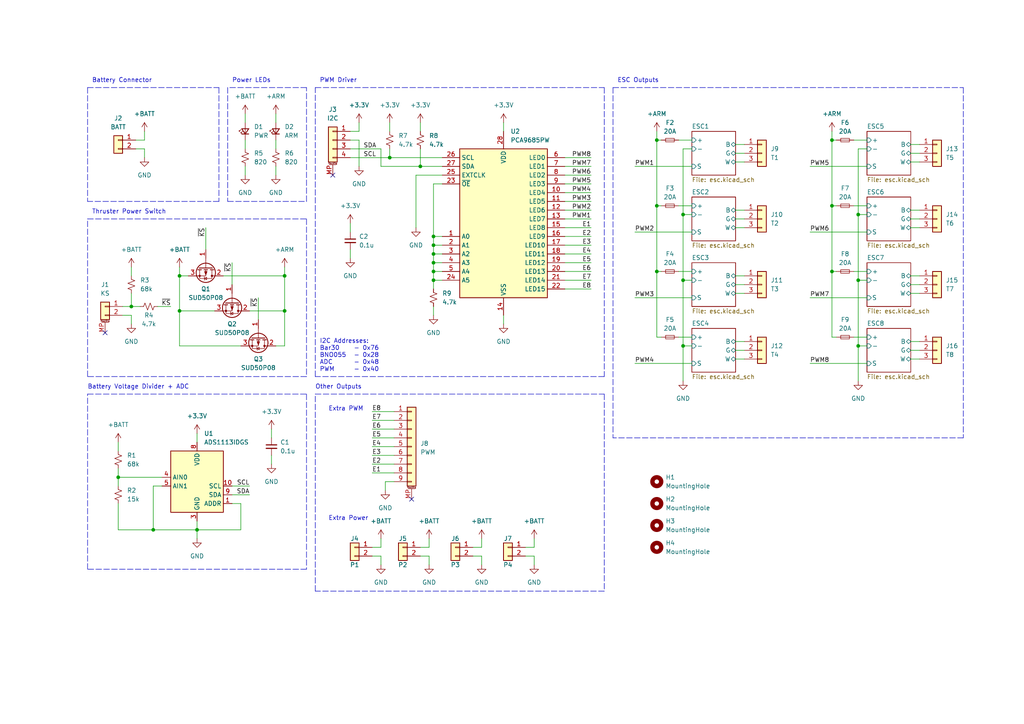
<source format=kicad_sch>
(kicad_sch (version 20211123) (generator eeschema)
  (paper "A4")
  (lib_symbols
    (symbol "AUVCSLA_SymbLib:+ARM" (power) (pin_names (offset 0))
      (property "Value" "+ARM" (at 0 3.556 0))
      (symbol "+ARM_0_1"
        (polyline (pts (xy -0.762 1.27) (xy 0 2.54)))
        (polyline (pts (xy 0 0) (xy 0 2.54)))
        (polyline (pts (xy 0 2.54) (xy 0.762 1.27)))
      )
      (symbol "+ARM_1_1"
        (pin power_in line (at 0 0 90) (length 0) hide (name "+ARM") (number "1"))
      )
    )
    (symbol "Analog_ADC:ADS1113IDGS"
      (property "Reference" "U" (at 2.54 13.97 0))
      (property "Value" "ADS1113IDGS" (at 7.62 11.43 0))
      (symbol "ADS1113IDGS_0_1"
        (rectangle (start -7.62 10.16) (end 7.62 -7.62) (stroke (width 0.254)) (fill (type background)))
      )
      (symbol "ADS1113IDGS_1_1"
        (pin input line (at 10.16 -5.08 180) (length 2.54) (name "ADDR") (number "1"))
        (pin input line (at 10.16 0 180) (length 2.54) (name "SCL") (number "10"))
        (pin no_connect line (at 7.62 7.62 180) (length 2.54) hide (name "~") (number "2"))
        (pin power_in line (at 0 -10.16 90) (length 2.54) (name "GND") (number "3"))
        (pin input line (at -10.16 2.54 0) (length 2.54) (name "AIN0") (number "4"))
        (pin input line (at -10.16 0 0) (length 2.54) (name "AIN1") (number "5"))
        (pin no_connect line (at 7.62 5.08 180) (length 2.54) hide (name "~") (number "6"))
        (pin no_connect line (at 7.62 2.54 180) (length 2.54) hide (name "~") (number "7"))
        (pin power_in line (at 0 12.7 270) (length 2.54) (name "VDD") (number "8"))
        (pin bidirectional line (at 10.16 -2.54 180) (length 2.54) (name "SDA") (number "9"))
      )
    )
    (symbol "Connector_Generic:Conn_01x02" (pin_names (offset 1.016) hide)
      (property "Reference" "J" (at 0 2.54 0))
      (property "Value" "Conn_01x02" (at 0 -5.08 0))
      (symbol "Conn_01x02_1_1"
        (rectangle (start -1.27 -2.413) (end 0 -2.667) (stroke (width 0.1524)))
        (rectangle (start -1.27 0.127) (end 0 -0.127) (stroke (width 0.1524)))
        (rectangle (start -1.27 1.27) (end 1.27 -3.81) (stroke (width 0.254)) (fill (type background)))
        (pin passive line (at -5.08 0 0) (length 3.81) (name "Pin_1") (number "1"))
        (pin passive line (at -5.08 -2.54 0) (length 3.81) (name "Pin_2") (number "2"))
      )
    )
    (symbol "Connector_Generic:Conn_01x03" (pin_names (offset 1.016) hide)
      (property "Reference" "J" (at 0 5.08 0))
      (property "Value" "Conn_01x03" (at 0 -5.08 0))
      (symbol "Conn_01x03_1_1"
        (rectangle (start -1.27 -2.413) (end 0 -2.667) (stroke (width 0.1524)))
        (rectangle (start -1.27 0.127) (end 0 -0.127) (stroke (width 0.1524)))
        (rectangle (start -1.27 2.667) (end 0 2.413) (stroke (width 0.1524)))
        (rectangle (start -1.27 3.81) (end 1.27 -3.81) (stroke (width 0.254)) (fill (type background)))
        (pin passive line (at -5.08 2.54 0) (length 3.81) (name "Pin_1") (number "1"))
        (pin passive line (at -5.08 0 0) (length 3.81) (name "Pin_2") (number "2"))
        (pin passive line (at -5.08 -2.54 0) (length 3.81) (name "Pin_3") (number "3"))
      )
    )
    (symbol "Connector_Generic_MountingPin:Conn_01x02_MountingPin" (pin_names (offset 1.016) hide)
      (property "Reference" "J" (at 0 2.54 0))
      (property "Value" "Conn_01x02_MountingPin" (at 1.27 -5.08 0))
      (symbol "Conn_01x02_MountingPin_1_1"
        (rectangle (start -1.27 -2.413) (end 0 -2.667) (stroke (width 0.1524)))
        (rectangle (start -1.27 0.127) (end 0 -0.127) (stroke (width 0.1524)))
        (rectangle (start -1.27 1.27) (end 1.27 -3.81) (stroke (width 0.254)) (fill (type background)))
        (polyline (pts (xy -1.016 -4.572) (xy 1.016 -4.572)) (stroke (width 0.1524)))
        (text "Mounting" (at 0 -4.191 0) (effects (font (size 0.381 0.381))))
        (pin passive line (at -5.08 0 0) (length 3.81) (name "Pin_1") (number "1"))
        (pin passive line (at -5.08 -2.54 0) (length 3.81) (name "Pin_2") (number "2"))
        (pin passive line (at 0 -7.62 90) (length 3.048) (name "MountPin") (number "MP"))
      )
    )
    (symbol "Connector_Generic_MountingPin:Conn_01x04_MountingPin" (pin_names (offset 1.016) hide)
      (property "Reference" "J" (at 0 5.08 0))
      (property "Value" "Conn_01x04_MountingPin" (at 1.27 -7.62 0))
      (symbol "Conn_01x04_MountingPin_1_1"
        (rectangle (start -1.27 -4.953) (end 0 -5.207) (stroke (width 0.1524)))
        (rectangle (start -1.27 -2.413) (end 0 -2.667) (stroke (width 0.1524)))
        (rectangle (start -1.27 0.127) (end 0 -0.127) (stroke (width 0.1524)))
        (rectangle (start -1.27 2.667) (end 0 2.413) (stroke (width 0.1524)))
        (rectangle (start -1.27 3.81) (end 1.27 -6.35) (stroke (width 0.254)) (fill (type background)))
        (polyline (pts (xy -1.016 -7.112) (xy 1.016 -7.112)) (stroke (width 0.1524)))
        (text "Mounting" (at 0 -6.731 0) (effects (font (size 0.381 0.381))))
        (pin passive line (at -5.08 2.54 0) (length 3.81) (name "Pin_1") (number "1"))
        (pin passive line (at -5.08 0 0) (length 3.81) (name "Pin_2") (number "2"))
        (pin passive line (at -5.08 -2.54 0) (length 3.81) (name "Pin_3") (number "3"))
        (pin passive line (at -5.08 -5.08 0) (length 3.81) (name "Pin_4") (number "4"))
        (pin passive line (at 0 -10.16 90) (length 3.048) (name "MountPin") (number "MP"))
      )
    )
    (symbol "Connector_Generic_MountingPin:Conn_01x09_MountingPin" (pin_names (offset 1.016) hide)
      (property "Reference" "J" (at 0 12.7 0))
      (property "Value" "Conn_01x09_MountingPin" (at 1.27 -12.7 0))
      (symbol "Conn_01x09_MountingPin_1_1"
        (rectangle (start -1.27 -10.033) (end 0 -10.287) (stroke (width 0.1524)))
        (rectangle (start -1.27 -7.493) (end 0 -7.747) (stroke (width 0.1524)))
        (rectangle (start -1.27 -4.953) (end 0 -5.207) (stroke (width 0.1524)))
        (rectangle (start -1.27 -2.413) (end 0 -2.667) (stroke (width 0.1524)))
        (rectangle (start -1.27 0.127) (end 0 -0.127) (stroke (width 0.1524)))
        (rectangle (start -1.27 2.667) (end 0 2.413) (stroke (width 0.1524)))
        (rectangle (start -1.27 5.207) (end 0 4.953) (stroke (width 0.1524)))
        (rectangle (start -1.27 7.747) (end 0 7.493) (stroke (width 0.1524)))
        (rectangle (start -1.27 10.287) (end 0 10.033) (stroke (width 0.1524)))
        (rectangle (start -1.27 11.43) (end 1.27 -11.43) (stroke (width 0.254)) (fill (type background)))
        (polyline (pts (xy -1.016 -12.192) (xy 1.016 -12.192)) (stroke (width 0.1524)))
        (text "Mounting" (at 0 -11.811 0) (effects (font (size 0.381 0.381))))
        (pin passive line (at -5.08 10.16 0) (length 3.81) (name "Pin_1") (number "1"))
        (pin passive line (at -5.08 7.62 0) (length 3.81) (name "Pin_2") (number "2"))
        (pin passive line (at -5.08 5.08 0) (length 3.81) (name "Pin_3") (number "3"))
        (pin passive line (at -5.08 2.54 0) (length 3.81) (name "Pin_4") (number "4"))
        (pin passive line (at -5.08 0 0) (length 3.81) (name "Pin_5") (number "5"))
        (pin passive line (at -5.08 -2.54 0) (length 3.81) (name "Pin_6") (number "6"))
        (pin passive line (at -5.08 -5.08 0) (length 3.81) (name "Pin_7") (number "7"))
        (pin passive line (at -5.08 -7.62 0) (length 3.81) (name "Pin_8") (number "8"))
        (pin passive line (at -5.08 -10.16 0) (length 3.81) (name "Pin_9") (number "9"))
        (pin passive line (at 0 -15.24 90) (length 3.048) (name "MountPin") (number "MP"))
      )
    )
    (symbol "Device:C_Small" (pin_numbers hide) (pin_names (offset 0.254) hide)
      (property "Reference" "C" (at 0.254 1.778 0))
      (property "Value" "C_Small" (at 0.254 -2.032 0))
      (symbol "C_Small_0_1"
        (polyline (pts (xy -1.524 -0.508) (xy 1.524 -0.508)) (stroke (width 0.3302)))
        (polyline (pts (xy -1.524 0.508) (xy 1.524 0.508)) (stroke (width 0.3048)))
      )
      (symbol "C_Small_1_1"
        (pin passive line (at 0 2.54 270) (length 2.032) (name "~") (number "1"))
        (pin passive line (at 0 -2.54 90) (length 2.032) (name "~") (number "2"))
      )
    )
    (symbol "Device:Fuse_Small" (pin_numbers hide) (pin_names (offset 0.254) hide)
      (property "Reference" "F" (at 0 -1.524 0))
      (property "Value" "Fuse_Small" (at 0 1.524 0))
      (symbol "Fuse_Small_0_1"
        (rectangle (start -1.27 0.508) (end 1.27 -0.508))
        (polyline (pts (xy -1.27 0) (xy 1.27 0)))
      )
      (symbol "Fuse_Small_1_1"
        (pin passive line (at -2.54 0 0) (length 1.27) (name "~") (number "1"))
        (pin passive line (at 2.54 0 180) (length 1.27) (name "~") (number "2"))
      )
    )
    (symbol "Device:LED_Small" (pin_numbers hide) (pin_names (offset 0.254) hide)
      (property "Reference" "D" (at -1.27 3.175 0))
      (property "Value" "LED_Small" (at -4.445 -2.54 0))
      (symbol "LED_Small_0_1"
        (polyline (pts (xy -0.762 -1.016) (xy -0.762 1.016)) (stroke (width 0.254)))
        (polyline (pts (xy 1.016 0) (xy -0.762 0)))
        (polyline (pts (xy 0.762 -1.016) (xy -0.762 0) (xy 0.762 1.016) (xy 0.762 -1.016)) (stroke (width 0.254)))
        (polyline (pts (xy 0 0.762) (xy -0.508 1.27) (xy -0.254 1.27) (xy -0.508 1.27) (xy -0.508 1.016)))
        (polyline (pts (xy 0.508 1.27) (xy 0 1.778) (xy 0.254 1.778) (xy 0 1.778) (xy 0 1.524)))
      )
      (symbol "LED_Small_1_1"
        (pin passive line (at -2.54 0 0) (length 1.778) (name "K") (number "1"))
        (pin passive line (at 2.54 0 180) (length 1.778) (name "A") (number "2"))
      )
    )
    (symbol "Device:Q_PMOS_GDS" (pin_names (offset 0) hide)
      (property "Reference" "Q" (at 5.08 1.27 0))
      (property "Value" "Q_PMOS_GDS" (at 5.08 -1.27 0))
      (symbol "Q_PMOS_GDS_0_1"
        (polyline (pts (xy 0.254 0) (xy -2.54 0)))
        (polyline (pts (xy 0.254 1.905) (xy 0.254 -1.905)) (stroke (width 0.254)))
        (polyline (pts (xy 0.762 -1.27) (xy 0.762 -2.286)) (stroke (width 0.254)))
        (polyline (pts (xy 0.762 0.508) (xy 0.762 -0.508)) (stroke (width 0.254)))
        (polyline (pts (xy 0.762 2.286) (xy 0.762 1.27)) (stroke (width 0.254)))
        (polyline (pts (xy 2.54 2.54) (xy 2.54 1.778)))
        (polyline (pts (xy 2.54 -2.54) (xy 2.54 0) (xy 0.762 0)))
        (polyline (pts (xy 0.762 1.778) (xy 3.302 1.778) (xy 3.302 -1.778) (xy 0.762 -1.778)))
        (polyline (pts (xy 2.286 0) (xy 1.27 0.381) (xy 1.27 -0.381) (xy 2.286 0)) (fill (type outline)))
        (polyline (pts (xy 2.794 -0.508) (xy 2.921 -0.381) (xy 3.683 -0.381) (xy 3.81 -0.254)))
        (polyline (pts (xy 3.302 -0.381) (xy 2.921 0.254) (xy 3.683 0.254) (xy 3.302 -0.381)))
        (circle (center 1.651 0) (radius 2.794) (stroke (width 0.254)))
        (circle (center 2.54 -1.778) (radius 0.254) (fill (type outline)))
        (circle (center 2.54 1.778) (radius 0.254) (fill (type outline)))
      )
      (symbol "Q_PMOS_GDS_1_1"
        (pin input line (at -5.08 0 0) (length 2.54) (name "G") (number "1"))
        (pin passive line (at 2.54 5.08 270) (length 2.54) (name "D") (number "2"))
        (pin passive line (at 2.54 -5.08 90) (length 2.54) (name "S") (number "3"))
      )
    )
    (symbol "Device:R_Small_US" (pin_numbers hide) (pin_names (offset 0.254) hide)
      (property "Reference" "R" (at 0.762 0.508 0))
      (property "Value" "R_Small_US" (at 0.762 -1.016 0))
      (symbol "R_Small_US_1_1"
        (polyline (pts (xy 0 0) (xy 1.016 -0.381) (xy 0 -0.762) (xy -1.016 -1.143) (xy 0 -1.524)))
        (polyline (pts (xy 0 1.524) (xy 1.016 1.143) (xy 0 0.762) (xy -1.016 0.381) (xy 0 0)))
        (pin passive line (at 0 2.54 270) (length 1.016) (name "~") (number "1"))
        (pin passive line (at 0 -2.54 90) (length 1.016) (name "~") (number "2"))
      )
    )
    (symbol "Driver_LED:PCA9685PW"
      (property "Reference" "U" (at -12.7 22.225 0))
      (property "Value" "PCA9685PW" (at 1.27 22.225 0))
      (symbol "PCA9685PW_0_1"
        (rectangle (start -12.7 20.32) (end 12.7 -22.86) (stroke (width 0.254)) (fill (type background)))
      )
      (symbol "PCA9685PW_1_1"
        (pin input line (at -17.78 -5.08 0) (length 5.08) (name "A0") (number "1"))
        (pin output line (at 17.78 7.62 180) (length 5.08) (name "LED4") (number "10"))
        (pin output line (at 17.78 5.08 180) (length 5.08) (name "LED5") (number "11"))
        (pin output line (at 17.78 2.54 180) (length 5.08) (name "LED6") (number "12"))
        (pin output line (at 17.78 0 180) (length 5.08) (name "LED7") (number "13"))
        (pin power_in line (at 0 -27.94 90) (length 5.08) (name "VSS") (number "14"))
        (pin output line (at 17.78 -2.54 180) (length 5.08) (name "LED8") (number "15"))
        (pin output line (at 17.78 -5.08 180) (length 5.08) (name "LED9") (number "16"))
        (pin output line (at 17.78 -7.62 180) (length 5.08) (name "LED10") (number "17"))
        (pin output line (at 17.78 -10.16 180) (length 5.08) (name "LED11") (number "18"))
        (pin output line (at 17.78 -12.7 180) (length 5.08) (name "LED12") (number "19"))
        (pin input line (at -17.78 -7.62 0) (length 5.08) (name "A1") (number "2"))
        (pin output line (at 17.78 -15.24 180) (length 5.08) (name "LED13") (number "20"))
        (pin output line (at 17.78 -17.78 180) (length 5.08) (name "LED14") (number "21"))
        (pin output line (at 17.78 -20.32 180) (length 5.08) (name "LED15") (number "22"))
        (pin input line (at -17.78 10.16 0) (length 5.08) (name "~{OE}") (number "23"))
        (pin input line (at -17.78 -17.78 0) (length 5.08) (name "A5") (number "24"))
        (pin input line (at -17.78 12.7 0) (length 5.08) (name "EXTCLK") (number "25"))
        (pin input line (at -17.78 17.78 0) (length 5.08) (name "SCL") (number "26"))
        (pin bidirectional line (at -17.78 15.24 0) (length 5.08) (name "SDA") (number "27"))
        (pin power_in line (at 0 25.4 270) (length 5.08) (name "VDD") (number "28"))
        (pin input line (at -17.78 -10.16 0) (length 5.08) (name "A2") (number "3"))
        (pin input line (at -17.78 -12.7 0) (length 5.08) (name "A3") (number "4"))
        (pin input line (at -17.78 -15.24 0) (length 5.08) (name "A4") (number "5"))
        (pin output line (at 17.78 17.78 180) (length 5.08) (name "LED0") (number "6"))
        (pin output line (at 17.78 15.24 180) (length 5.08) (name "LED1") (number "7"))
        (pin output line (at 17.78 12.7 180) (length 5.08) (name "LED2") (number "8"))
        (pin output line (at 17.78 10.16 180) (length 5.08) (name "LED3") (number "9"))
      )
    )
    (symbol "Mechanical:MountingHole" (pin_names (offset 1.016))
      (property "Reference" "H" (at 0 5.08 0))
      (property "Value" "MountingHole" (at 0 3.175 0))
      (symbol "MountingHole_0_1"
        (circle (center 0 0) (radius 1.27) (stroke (width 1.27)))
      )
    )
    (symbol "power:+3.3V" (power) (pin_names (offset 0))
      (property "Value" "+3.3V" (at 0 3.556 0))
      (symbol "+3.3V_0_1"
        (polyline (pts (xy -0.762 1.27) (xy 0 2.54)))
        (polyline (pts (xy 0 0) (xy 0 2.54)))
        (polyline (pts (xy 0 2.54) (xy 0.762 1.27)))
      )
      (symbol "+3.3V_1_1"
        (pin power_in line (at 0 0 90) (length 0) hide (name "+3.3V") (number "1"))
      )
    )
    (symbol "power:+BATT" (power) (pin_names (offset 0))
      (property "Value" "+BATT" (at 0 3.556 0))
      (symbol "+BATT_0_1"
        (polyline (pts (xy -0.762 1.27) (xy 0 2.54)))
        (polyline (pts (xy 0 0) (xy 0 2.54)))
        (polyline (pts (xy 0 2.54) (xy 0.762 1.27)))
      )
      (symbol "+BATT_1_1"
        (pin power_in line (at 0 0 90) (length 0) hide (name "+BATT") (number "1"))
      )
    )
    (symbol "power:GND" (power) (pin_names (offset 0))
      (property "Value" "GND" (at 0 -3.81 0))
      (symbol "GND_0_1"
        (polyline (pts (xy 0 0) (xy 0 -1.27) (xy 1.27 -1.27) (xy 0 -2.54) (xy -1.27 -1.27) (xy 0 -1.27)))
      )
      (symbol "GND_1_1"
        (pin power_in line (at 0 0 270) (length 0) hide (name "GND") (number "1"))
      )
    )
  )
  (junction (at 113.03 45.72))
  (junction (at 34.29 138.43))
  (junction (at 248.92 62.23))
  (junction (at 82.55 90.17))
  (junction (at 38.1 88.9))
  (junction (at 190.5 78.74))
  (junction (at 52.07 90.17))
  (junction (at 190.5 59.69))
  (junction (at 125.73 81.28))
  (junction (at 125.73 73.66))
  (junction (at 44.45 153.67))
  (junction (at 241.3 40.64))
  (junction (at 125.73 71.12))
  (junction (at 57.15 153.67))
  (junction (at 241.3 59.69))
  (junction (at 52.07 80.01))
  (junction (at 125.73 68.58))
  (junction (at 125.73 78.74))
  (junction (at 198.12 62.23))
  (junction (at 248.92 81.28))
  (junction (at 198.12 81.28))
  (junction (at 248.92 100.33))
  (junction (at 190.5 40.64))
  (junction (at 198.12 100.33))
  (junction (at 121.92 48.26))
  (junction (at 241.3 78.74))
  (junction (at 125.73 76.2))
  (junction (at 82.55 80.01))
  (no_connect (at 96.52 50.8))
  (no_connect (at 119.38 144.78))
  (no_connect (at 30.48 96.52))
  (polyline (pts (xy 91.44 109.22) (xy 91.44 25.4)))
  (polyline (pts (xy 279.4 127) (xy 177.8 127)))
  (wire (pts (xy 82.55 80.01) (xy 82.55 77.47)))
  (wire (pts (xy 264.16 82.55) (xy 266.7 82.55)))
  (wire (pts (xy 196.85 59.69) (xy 200.66 59.69)))
  (wire (pts (xy 248.92 100.33) (xy 251.46 100.33)))
  (wire (pts (xy 163.83 68.58) (xy 171.45 68.58)))
  (wire (pts (xy 101.6 43.18) (xy 110.49 43.18)))
  (wire (pts (xy 82.55 90.17) (xy 82.55 80.01)))
  (polyline (pts (xy 25.4 25.4) (xy 25.4 58.42)))
  (wire (pts (xy 154.94 161.29) (xy 154.94 163.83)))
  (wire (pts (xy 38.1 88.9) (xy 38.1 85.09)))
  (wire (pts (xy 52.07 77.47) (xy 52.07 80.01)))
  (polyline (pts (xy 66.04 58.42) (xy 88.9 58.42)))
  (wire (pts (xy 80.01 33.02) (xy 80.01 35.56)))
  (wire (pts (xy 213.36 60.96) (xy 215.9 60.96)))
  (wire (pts (xy 59.69 66.04) (xy 59.69 72.39)))
  (wire (pts (xy 46.99 140.97) (xy 44.45 140.97)))
  (wire (pts (xy 44.45 153.67) (xy 57.15 153.67)))
  (wire (pts (xy 213.36 99.06) (xy 215.9 99.06)))
  (wire (pts (xy 34.29 138.43) (xy 34.29 140.97)))
  (wire (pts (xy 234.95 48.26) (xy 251.46 48.26)))
  (wire (pts (xy 247.65 40.64) (xy 251.46 40.64)))
  (wire (pts (xy 125.73 81.28) (xy 128.27 81.28)))
  (wire (pts (xy 71.12 40.64) (xy 71.12 43.18)))
  (wire (pts (xy 241.3 97.79) (xy 242.57 97.79)))
  (wire (pts (xy 128.27 50.8) (xy 120.65 50.8)))
  (wire (pts (xy 163.83 48.26) (xy 171.45 48.26)))
  (wire (pts (xy 154.94 158.75) (xy 154.94 156.21)))
  (wire (pts (xy 248.92 62.23) (xy 248.92 81.28)))
  (wire (pts (xy 152.4 161.29) (xy 154.94 161.29)))
  (wire (pts (xy 124.46 161.29) (xy 124.46 163.83)))
  (wire (pts (xy 107.95 137.16) (xy 114.3 137.16)))
  (wire (pts (xy 111.76 139.7) (xy 111.76 142.24)))
  (wire (pts (xy 146.05 35.56) (xy 146.05 38.1)))
  (wire (pts (xy 248.92 62.23) (xy 251.46 62.23)))
  (wire (pts (xy 44.45 140.97) (xy 44.45 153.67)))
  (wire (pts (xy 248.92 43.18) (xy 248.92 62.23)))
  (wire (pts (xy 184.15 86.36) (xy 200.66 86.36)))
  (wire (pts (xy 190.5 78.74) (xy 191.77 78.74)))
  (wire (pts (xy 78.74 124.46) (xy 78.74 127)))
  (wire (pts (xy 71.12 48.26) (xy 71.12 50.8)))
  (wire (pts (xy 247.65 59.69) (xy 251.46 59.69)))
  (wire (pts (xy 113.03 45.72) (xy 128.27 45.72)))
  (wire (pts (xy 213.36 82.55) (xy 215.9 82.55)))
  (wire (pts (xy 241.3 40.64) (xy 242.57 40.64)))
  (wire (pts (xy 198.12 100.33) (xy 200.66 100.33)))
  (wire (pts (xy 64.77 80.01) (xy 82.55 80.01)))
  (wire (pts (xy 163.83 58.42) (xy 171.45 58.42)))
  (wire (pts (xy 69.85 146.05) (xy 69.85 153.67)))
  (wire (pts (xy 125.73 76.2) (xy 125.73 78.74)))
  (wire (pts (xy 190.5 40.64) (xy 190.5 59.69)))
  (wire (pts (xy 241.3 38.1) (xy 241.3 40.64)))
  (wire (pts (xy 198.12 81.28) (xy 200.66 81.28)))
  (wire (pts (xy 111.76 139.7) (xy 114.3 139.7)))
  (wire (pts (xy 196.85 78.74) (xy 200.66 78.74)))
  (wire (pts (xy 163.83 76.2) (xy 171.45 76.2)))
  (wire (pts (xy 264.16 80.01) (xy 266.7 80.01)))
  (wire (pts (xy 137.16 158.75) (xy 139.7 158.75)))
  (wire (pts (xy 125.73 88.9) (xy 125.73 91.44)))
  (polyline (pts (xy 91.44 114.3) (xy 175.26 114.3)))
  (wire (pts (xy 107.95 134.62) (xy 114.3 134.62)))
  (wire (pts (xy 67.31 76.2) (xy 67.31 82.55)))
  (polyline (pts (xy 25.4 63.5) (xy 88.9 63.5)))
  (wire (pts (xy 163.83 71.12) (xy 171.45 71.12)))
  (wire (pts (xy 163.83 53.34) (xy 171.45 53.34)))
  (wire (pts (xy 234.95 86.36) (xy 251.46 86.36)))
  (wire (pts (xy 163.83 50.8) (xy 171.45 50.8)))
  (polyline (pts (xy 175.26 114.3) (xy 175.26 171.45)))
  (wire (pts (xy 125.73 81.28) (xy 125.73 83.82)))
  (polyline (pts (xy 88.9 63.5) (xy 88.9 109.22)))
  (wire (pts (xy 190.5 40.64) (xy 191.77 40.64)))
  (wire (pts (xy 198.12 43.18) (xy 200.66 43.18)))
  (wire (pts (xy 264.16 66.04) (xy 266.7 66.04)))
  (wire (pts (xy 184.15 105.41) (xy 200.66 105.41)))
  (wire (pts (xy 248.92 81.28) (xy 251.46 81.28)))
  (wire (pts (xy 163.83 66.04) (xy 171.45 66.04)))
  (wire (pts (xy 125.73 73.66) (xy 125.73 76.2)))
  (wire (pts (xy 101.6 40.64) (xy 104.14 40.64)))
  (polyline (pts (xy 25.4 165.1) (xy 25.4 114.3)))
  (wire (pts (xy 38.1 91.44) (xy 38.1 93.98)))
  (polyline (pts (xy 177.8 25.4) (xy 177.8 127)))
  (wire (pts (xy 74.93 86.36) (xy 74.93 92.71)))
  (wire (pts (xy 198.12 62.23) (xy 198.12 81.28)))
  (wire (pts (xy 41.91 43.18) (xy 41.91 45.72)))
  (wire (pts (xy 190.5 59.69) (xy 190.5 78.74)))
  (wire (pts (xy 125.73 68.58) (xy 128.27 68.58)))
  (wire (pts (xy 67.31 146.05) (xy 69.85 146.05)))
  (wire (pts (xy 163.83 45.72) (xy 171.45 45.72)))
  (wire (pts (xy 104.14 38.1) (xy 104.14 35.56)))
  (wire (pts (xy 39.37 43.18) (xy 41.91 43.18)))
  (polyline (pts (xy 88.9 25.4) (xy 66.04 25.4)))
  (wire (pts (xy 184.15 48.26) (xy 200.66 48.26)))
  (wire (pts (xy 247.65 97.79) (xy 251.46 97.79)))
  (wire (pts (xy 163.83 60.96) (xy 171.45 60.96)))
  (wire (pts (xy 110.49 158.75) (xy 110.49 156.21)))
  (wire (pts (xy 190.5 78.74) (xy 190.5 97.79)))
  (polyline (pts (xy 91.44 171.45) (xy 91.44 114.3)))
  (wire (pts (xy 34.29 138.43) (xy 46.99 138.43)))
  (wire (pts (xy 72.39 90.17) (xy 82.55 90.17)))
  (wire (pts (xy 213.36 104.14) (xy 215.9 104.14)))
  (wire (pts (xy 125.73 71.12) (xy 125.73 73.66)))
  (wire (pts (xy 52.07 100.33) (xy 52.07 90.17)))
  (polyline (pts (xy 25.4 109.22) (xy 25.4 63.5)))
  (wire (pts (xy 163.83 63.5) (xy 171.45 63.5)))
  (polyline (pts (xy 175.26 109.22) (xy 91.44 109.22)))
  (wire (pts (xy 57.15 153.67) (xy 57.15 156.21)))
  (wire (pts (xy 213.36 101.6) (xy 215.9 101.6)))
  (wire (pts (xy 163.83 73.66) (xy 171.45 73.66)))
  (wire (pts (xy 264.16 41.91) (xy 266.7 41.91)))
  (wire (pts (xy 213.36 41.91) (xy 215.9 41.91)))
  (wire (pts (xy 248.92 81.28) (xy 248.92 100.33)))
  (wire (pts (xy 67.31 143.51) (xy 72.39 143.51)))
  (wire (pts (xy 52.07 90.17) (xy 52.07 80.01)))
  (wire (pts (xy 234.95 105.41) (xy 251.46 105.41)))
  (wire (pts (xy 264.16 46.99) (xy 266.7 46.99)))
  (wire (pts (xy 121.92 161.29) (xy 124.46 161.29)))
  (wire (pts (xy 107.95 121.92) (xy 114.3 121.92)))
  (polyline (pts (xy 63.5 25.4) (xy 63.5 58.42)))
  (wire (pts (xy 121.92 43.18) (xy 121.92 48.26)))
  (wire (pts (xy 38.1 77.47) (xy 38.1 80.01)))
  (wire (pts (xy 120.65 50.8) (xy 120.65 66.04)))
  (wire (pts (xy 34.29 153.67) (xy 44.45 153.67)))
  (wire (pts (xy 198.12 43.18) (xy 198.12 62.23)))
  (wire (pts (xy 39.37 40.64) (xy 41.91 40.64)))
  (wire (pts (xy 163.83 78.74) (xy 171.45 78.74)))
  (wire (pts (xy 196.85 40.64) (xy 200.66 40.64)))
  (polyline (pts (xy 63.5 58.42) (xy 25.4 58.42)))
  (wire (pts (xy 139.7 161.29) (xy 139.7 163.83)))
  (wire (pts (xy 57.15 151.13) (xy 57.15 153.67)))
  (wire (pts (xy 264.16 60.96) (xy 266.7 60.96)))
  (wire (pts (xy 125.73 68.58) (xy 125.73 71.12)))
  (wire (pts (xy 80.01 48.26) (xy 80.01 50.8)))
  (wire (pts (xy 196.85 97.79) (xy 200.66 97.79)))
  (wire (pts (xy 241.3 78.74) (xy 241.3 97.79)))
  (wire (pts (xy 163.83 83.82) (xy 171.45 83.82)))
  (wire (pts (xy 234.95 67.31) (xy 251.46 67.31)))
  (wire (pts (xy 125.73 73.66) (xy 128.27 73.66)))
  (wire (pts (xy 52.07 80.01) (xy 54.61 80.01)))
  (wire (pts (xy 57.15 125.73) (xy 57.15 128.27)))
  (wire (pts (xy 101.6 72.39) (xy 101.6 74.93)))
  (wire (pts (xy 34.29 128.27) (xy 34.29 130.81)))
  (wire (pts (xy 264.16 104.14) (xy 266.7 104.14)))
  (wire (pts (xy 241.3 59.69) (xy 242.57 59.69)))
  (wire (pts (xy 78.74 132.08) (xy 78.74 134.62)))
  (wire (pts (xy 82.55 100.33) (xy 82.55 90.17)))
  (wire (pts (xy 198.12 62.23) (xy 200.66 62.23)))
  (wire (pts (xy 45.72 88.9) (xy 49.53 88.9)))
  (wire (pts (xy 121.92 158.75) (xy 124.46 158.75)))
  (wire (pts (xy 248.92 100.33) (xy 248.92 110.49)))
  (wire (pts (xy 152.4 158.75) (xy 154.94 158.75)))
  (polyline (pts (xy 175.26 171.45) (xy 91.44 171.45)))
  (wire (pts (xy 34.29 146.05) (xy 34.29 153.67)))
  (wire (pts (xy 163.83 55.88) (xy 171.45 55.88)))
  (wire (pts (xy 213.36 85.09) (xy 215.9 85.09)))
  (wire (pts (xy 110.49 161.29) (xy 110.49 163.83)))
  (wire (pts (xy 190.5 38.1) (xy 190.5 40.64)))
  (wire (pts (xy 241.3 78.74) (xy 242.57 78.74)))
  (wire (pts (xy 110.49 48.26) (xy 121.92 48.26)))
  (wire (pts (xy 264.16 44.45) (xy 266.7 44.45)))
  (wire (pts (xy 264.16 63.5) (xy 266.7 63.5)))
  (wire (pts (xy 41.91 38.1) (xy 41.91 40.64)))
  (wire (pts (xy 35.56 88.9) (xy 38.1 88.9)))
  (wire (pts (xy 34.29 135.89) (xy 34.29 138.43)))
  (wire (pts (xy 121.92 38.1) (xy 121.92 35.56)))
  (wire (pts (xy 190.5 97.79) (xy 191.77 97.79)))
  (wire (pts (xy 125.73 78.74) (xy 125.73 81.28)))
  (wire (pts (xy 107.95 161.29) (xy 110.49 161.29)))
  (wire (pts (xy 104.14 40.64) (xy 104.14 48.26)))
  (wire (pts (xy 125.73 78.74) (xy 128.27 78.74)))
  (wire (pts (xy 71.12 35.56) (xy 71.12 33.02)))
  (wire (pts (xy 107.95 119.38) (xy 114.3 119.38)))
  (wire (pts (xy 139.7 158.75) (xy 139.7 156.21)))
  (polyline (pts (xy 91.44 25.4) (xy 175.26 25.4)))
  (wire (pts (xy 125.73 53.34) (xy 125.73 68.58)))
  (wire (pts (xy 121.92 48.26) (xy 128.27 48.26)))
  (wire (pts (xy 107.95 124.46) (xy 114.3 124.46)))
  (wire (pts (xy 107.95 132.08) (xy 114.3 132.08)))
  (wire (pts (xy 101.6 38.1) (xy 104.14 38.1)))
  (wire (pts (xy 241.3 40.64) (xy 241.3 59.69)))
  (polyline (pts (xy 88.9 165.1) (xy 25.4 165.1)))
  (wire (pts (xy 213.36 44.45) (xy 215.9 44.45)))
  (wire (pts (xy 80.01 100.33) (xy 82.55 100.33)))
  (wire (pts (xy 107.95 158.75) (xy 110.49 158.75)))
  (wire (pts (xy 241.3 59.69) (xy 241.3 78.74)))
  (wire (pts (xy 107.95 127) (xy 114.3 127)))
  (wire (pts (xy 69.85 100.33) (xy 52.07 100.33)))
  (wire (pts (xy 190.5 59.69) (xy 191.77 59.69)))
  (polyline (pts (xy 25.4 114.3) (xy 88.9 114.3)))
  (polyline (pts (xy 88.9 58.42) (xy 88.9 25.4)))
  (polyline (pts (xy 88.9 114.3) (xy 88.9 165.1)))
  (polyline (pts (xy 177.8 25.4) (xy 279.4 25.4)))
  (polyline (pts (xy 25.4 25.4) (xy 63.5 25.4)))
  (polyline (pts (xy 66.04 25.4) (xy 66.04 58.42)))
  (polyline (pts (xy 88.9 109.22) (xy 25.4 109.22)))
  (wire (pts (xy 264.16 85.09) (xy 266.7 85.09)))
  (wire (pts (xy 62.23 90.17) (xy 52.07 90.17)))
  (wire (pts (xy 184.15 67.31) (xy 200.66 67.31)))
  (wire (pts (xy 137.16 161.29) (xy 139.7 161.29)))
  (wire (pts (xy 198.12 100.33) (xy 198.12 110.49)))
  (wire (pts (xy 125.73 76.2) (xy 128.27 76.2)))
  (wire (pts (xy 128.27 53.34) (xy 125.73 53.34)))
  (wire (pts (xy 101.6 45.72) (xy 113.03 45.72)))
  (wire (pts (xy 264.16 101.6) (xy 266.7 101.6)))
  (polyline (pts (xy 175.26 25.4) (xy 175.26 109.22)))
  (polyline (pts (xy 279.4 25.4) (xy 279.4 127)))
  (wire (pts (xy 124.46 158.75) (xy 124.46 156.21)))
  (wire (pts (xy 110.49 43.18) (xy 110.49 48.26)))
  (wire (pts (xy 67.31 140.97) (xy 72.39 140.97)))
  (wire (pts (xy 69.85 153.67) (xy 57.15 153.67)))
  (wire (pts (xy 113.03 43.18) (xy 113.03 45.72)))
  (wire (pts (xy 35.56 91.44) (xy 38.1 91.44)))
  (wire (pts (xy 264.16 99.06) (xy 266.7 99.06)))
  (wire (pts (xy 247.65 78.74) (xy 251.46 78.74)))
  (wire (pts (xy 213.36 46.99) (xy 215.9 46.99)))
  (wire (pts (xy 198.12 81.28) (xy 198.12 100.33)))
  (wire (pts (xy 107.95 129.54) (xy 114.3 129.54)))
  (wire (pts (xy 213.36 66.04) (xy 215.9 66.04)))
  (wire (pts (xy 80.01 40.64) (xy 80.01 43.18)))
  (wire (pts (xy 213.36 80.01) (xy 215.9 80.01)))
  (wire (pts (xy 146.05 91.44) (xy 146.05 93.98)))
  (wire (pts (xy 163.83 81.28) (xy 171.45 81.28)))
  (wire (pts (xy 38.1 88.9) (xy 40.64 88.9)))
  (wire (pts (xy 213.36 63.5) (xy 215.9 63.5)))
  (wire (pts (xy 248.92 43.18) (xy 251.46 43.18)))
  (wire (pts (xy 125.73 71.12) (xy 128.27 71.12)))
  (wire (pts (xy 101.6 64.77) (xy 101.6 67.31)))
  (wire (pts (xy 113.03 38.1) (xy 113.03 35.56)))
  (text "Other Outputs" (at 91.44 113.03 0) (effects (font (size 1.27 1.27)) (justify left bottom)))
  (text "ESC Outputs" (at 179.07 24.13 0) (effects (font (size 1.27 1.27)) (justify left bottom)))
  (text "PWM Driver" (at 92.71 24.13 0) (effects (font (size 1.27 1.27)) (justify left bottom)))
  (text "Thruster Power Switch" (at 26.67 62.23 0) (effects (font (size 1.27 1.27)) (justify left bottom)))
  (text "Power LEDs" (at 67.31 24.13 0) (effects (font (size 1.27 1.27)) (justify left bottom)))
  (text "Battery Voltage Divider + ADC" (at 25.4 113.03 0) (effects (font (size 1.27 1.27)) (justify left bottom)))
  (text "I2C Addresses:\nBar30	- 0x76\nBNO055	- 0x28\nADC		- 0x48\nPWM		- 0x40" (at 92.71 107.95 0) (effects (font (size 1.27 1.27)) (justify left bottom)))
  (text "Extra Power" (at 95.25 151.13 0) (effects (font (size 1.27 1.27)) (justify left bottom)))
  (text "Extra PWM" (at 95.25 119.38 0) (effects (font (size 1.27 1.27)) (justify left bottom)))
  (text "Battery Connector" (at 26.67 24.13 0) (effects (font (size 1.27 1.27)) (justify left bottom)))
  (label "E8" (at 107.95 119.38 0))
  (label "PWM3" (at 171.45 58.42 180))
  (label "PWM7" (at 234.95 86.36 0))
  (label "PWM7" (at 171.45 48.26 180))
  (label "SDA" (at 105.41 43.18 0))
  (label "~{KS}" (at 67.31 76.2 270))
  (label "PWM4" (at 171.45 55.88 180))
  (label "~{KS}" (at 59.69 66.04 270))
  (label "PWM1" (at 184.15 48.26 0))
  (label "E2" (at 107.95 134.62 0))
  (label "E5" (at 171.45 76.2 180))
  (label "~{KS}" (at 49.53 88.9 180))
  (label "E7" (at 107.95 121.92 0))
  (label "SDA" (at 72.39 143.51 180))
  (label "PWM1" (at 171.45 63.5 180))
  (label "E6" (at 171.45 78.74 180))
  (label "PWM2" (at 184.15 67.31 0))
  (label "E1" (at 171.45 66.04 180))
  (label "E4" (at 171.45 73.66 180))
  (label "PWM3" (at 184.15 86.36 0))
  (label "PWM6" (at 234.95 67.31 0))
  (label "~{KS}" (at 74.93 86.36 270))
  (label "E7" (at 171.45 81.28 180))
  (label "PWM2" (at 171.45 60.96 180))
  (label "SCL" (at 105.41 45.72 0))
  (label "E4" (at 107.95 129.54 0))
  (label "PWM5" (at 234.95 48.26 0))
  (label "E3" (at 171.45 71.12 180))
  (label "PWM6" (at 171.45 50.8 180))
  (label "PWM5" (at 171.45 53.34 180))
  (label "E6" (at 107.95 124.46 0))
  (label "E8" (at 171.45 83.82 180))
  (label "E5" (at 107.95 127 0))
  (label "PWM4" (at 184.15 105.41 0))
  (label "PWM8" (at 171.45 45.72 180))
  (label "E3" (at 107.95 132.08 0))
  (label "E1" (at 107.95 137.16 0))
  (label "SCL" (at 72.39 140.97 180))
  (label "E2" (at 171.45 68.58 180))
  (label "PWM8" (at 234.95 105.41 0))
  (symbol (lib_id "power:+BATT") (at 52.07 77.47 0) (unit 1)
    (property "Reference" "#PWR0104" (effects hide))
    (property "Value" "+BATT" (at 52.07 72.39 0))
  )
  (symbol (lib_id "power:+3.3V") (at 57.15 125.73 0) (unit 1)
    (property "Reference" "#PWR08" (effects hide))
    (property "Value" "+3.3V" (at 57.15 120.65 0))
  )
  (symbol (lib_id "power:GND") (at 41.91 45.72 0) (unit 1)
    (property "Reference" "#PWR05" (effects hide))
    (property "Value" "GND" (at 41.91 50.8 0))
  )
  (symbol (lib_id "power:GND") (at 139.7 163.83 0) (unit 1)
    (property "Reference" "#PWR030" (effects hide))
    (property "Value" "GND" (at 139.7 168.91 0))
  )
  (symbol (lib_id "Connector_Generic:Conn_01x03") (at 220.98 44.45 0) (unit 1)
    (property "Reference" "J9" (at 223.52 43.1799 0) (effects (justify left)))
    (property "Value" "T1" (at 223.52 45.7199 0) (effects (justify left)))
    (property "Footprint" "Connector_Molex:Molex_KK-396_A-41791-0003_1x03_P3.96mm_Vertical" (effects hide))
  )
  (symbol (lib_id "Device:Fuse_Small") (at 194.31 40.64 0) (unit 1)
    (property "Reference" "F2" (at 194.31 35.56 0))
    (property "Value" "20A" (at 194.31 38.1 0))
    (property "Footprint" "Fuse:Fuseholder_Blade_Mini_Keystone_3568" (effects hide))
  )
  (symbol (lib_id "AUVCSLA_SymbLib:+ARM") (at 190.5 38.1 0) (unit 1)
    (property "Reference" "#PWR036" (effects hide))
    (property "Value" "+ARM" (at 190.5 33.02 0))
  )
  (symbol (lib_id "Device:R_Small_US") (at 125.73 86.36 0) (unit 1)
    (property "Reference" "R9" (at 128.27 85.0899 0) (effects (justify left)))
    (property "Value" "4.7k" (at 128.27 87.6299 0) (effects (justify left)))
    (property "Footprint" "Resistor_SMD:R_0603_1608Metric_Pad0.98x0.95mm_HandSolder" (effects hide))
  )
  (symbol (lib_id "AUVCSLA_SymbLib:+ARM") (at 241.3 38.1 0) (unit 1)
    (property "Reference" "#PWR038" (effects hide))
    (property "Value" "+ARM" (at 241.3 33.02 0))
  )
  (symbol (lib_id "power:+BATT") (at 124.46 156.21 0) (unit 1)
    (property "Reference" "#PWR?" (effects hide))
    (property "Value" "+BATT" (at 124.46 151.13 0))
  )
  (symbol (lib_id "Connector_Generic:Conn_01x02") (at 147.32 158.75 0) (mirror y) (unit 1)
    (property "Reference" "J7" (at 147.32 156.21 0))
    (property "Value" "P4" (at 147.32 163.83 0))
    (property "Footprint" "Connector_JST:JST_XH_B2B-XH-A_1x02_P2.50mm_Vertical" (effects hide))
  )
  (symbol (lib_id "Device:Fuse_Small") (at 194.31 59.69 0) (unit 1)
    (property "Reference" "F3" (at 194.31 54.61 0))
    (property "Value" "20A" (at 194.31 57.15 0))
    (property "Footprint" "Fuse:Fuseholder_Blade_Mini_Keystone_3568" (effects hide))
  )
  (symbol (lib_id "power:GND") (at 124.46 163.83 0) (unit 1)
    (property "Reference" "#PWR027" (effects hide))
    (property "Value" "GND" (at 124.46 168.91 0))
  )
  (symbol (lib_id "Device:Q_PMOS_GDS") (at 59.69 77.47 270) (unit 1)
    (property "Reference" "Q1" (at 59.69 83.82 90))
    (property "Value" "SUD50P08" (at 59.69 86.36 90))
    (property "Footprint" "Package_TO_SOT_SMD:TO-252-2" (effects hide))
  )
  (symbol (lib_id "power:+BATT") (at 38.1 77.47 0) (unit 1)
    (property "Reference" "#PWR0103" (effects hide))
    (property "Value" "+BATT" (at 38.1 72.39 0))
  )
  (symbol (lib_id "power:GND") (at 120.65 66.04 0) (unit 1)
    (property "Reference" "#PWR024" (effects hide))
    (property "Value" "GND" (at 120.65 71.12 0))
  )
  (symbol (lib_id "Device:R_Small_US") (at 43.18 88.9 270) (unit 1)
    (property "Reference" "R4" (at 43.18 91.44 90))
    (property "Value" "4.7k" (at 43.18 93.98 90))
    (property "Footprint" "Resistor_SMD:R_0603_1608Metric_Pad0.98x0.95mm_HandSolder" (effects hide))
  )
  (symbol (lib_id "power:GND") (at 248.92 110.49 0) (unit 1)
    (property "Reference" "#PWR039" (effects hide))
    (property "Value" "GND" (at 248.92 115.57 0))
  )
  (symbol (lib_id "Device:Q_PMOS_GDS") (at 74.93 97.79 270) (unit 1)
    (property "Reference" "Q3" (at 74.93 104.14 90))
    (property "Value" "SUD50P08" (at 74.93 106.68 90))
    (property "Footprint" "Package_TO_SOT_SMD:TO-252-2" (effects hide))
  )
  (symbol (lib_id "Device:R_Small_US") (at 34.29 133.35 0) (unit 1)
    (property "Reference" "R1" (at 36.83 132.0799 0) (effects (justify left)))
    (property "Value" "68k" (at 36.83 134.6199 0) (effects (justify left)))
    (property "Footprint" "Resistor_SMD:R_0603_1608Metric_Pad0.98x0.95mm_HandSolder" (effects hide))
  )
  (symbol (lib_id "Device:LED_Small") (at 71.12 38.1 90) (unit 1)
    (property "Reference" "D1" (at 73.66 36.7664 90) (effects (justify right)))
    (property "Value" "PWR" (at 73.66 39.3064 90) (effects (justify right)))
    (property "Footprint" "LED_SMD:LED_0603_1608Metric_Pad1.05x0.95mm_HandSolder" (effects hide))
  )
  (symbol (lib_id "power:GND") (at 111.76 142.24 0) (unit 1)
    (property "Reference" "#PWR035" (effects hide))
    (property "Value" "GND" (at 111.76 147.32 0))
  )
  (symbol (lib_id "Connector_Generic_MountingPin:Conn_01x09_MountingPin") (at 119.38 129.54 0) (unit 1)
    (property "Reference" "J8" (at 121.92 128.6255 0) (effects (justify left)))
    (property "Value" "PWM" (at 121.92 131.1655 0) (effects (justify left)))
    (property "Footprint" "Connector_JST:JST_GH_BM09B-GHS-TBT_1x09-1MP_P1.25mm_Vertical" (effects hide))
  )
  (symbol (lib_id "Device:Fuse_Small") (at 245.11 97.79 0) (unit 1)
    (property "Reference" "F9" (at 245.11 92.71 0))
    (property "Value" "20A" (at 245.11 95.25 0))
    (property "Footprint" "Fuse:Fuseholder_Blade_Mini_Keystone_3568" (effects hide))
  )
  (symbol (lib_id "power:GND") (at 125.73 91.44 0) (unit 1)
    (property "Reference" "#PWR028" (effects hide))
    (property "Value" "GND" (at 125.73 96.52 0))
  )
  (symbol (lib_id "power:+3.3V") (at 78.74 124.46 0) (unit 1)
    (property "Reference" "#PWR012" (effects hide))
    (property "Value" "+3.3V" (at 78.74 119.38 0))
  )
  (symbol (lib_id "power:GND") (at 101.6 74.93 0) (unit 1)
    (property "Reference" "#PWR018" (effects hide))
    (property "Value" "GND" (at 101.6 80.01 0))
  )
  (symbol (lib_id "Device:Fuse_Small") (at 194.31 78.74 0) (unit 1)
    (property "Reference" "F4" (at 194.31 73.66 0))
    (property "Value" "20A" (at 194.31 76.2 0))
    (property "Footprint" "Fuse:Fuseholder_Blade_Mini_Keystone_3568" (effects hide))
  )
  (symbol (lib_id "power:GND") (at 146.05 93.98 0) (unit 1)
    (property "Reference" "#PWR032" (effects hide))
    (property "Value" "GND" (at 146.05 99.06 0))
  )
  (symbol (lib_id "Device:R_Small_US") (at 121.92 40.64 180) (unit 1)
    (property "Reference" "R8" (at 124.46 39.3699 0) (effects (justify right)))
    (property "Value" "4.7k" (at 124.46 41.9099 0) (effects (justify right)))
    (property "Footprint" "Resistor_SMD:R_0603_1608Metric_Pad0.98x0.95mm_HandSolder" (effects hide))
  )
  (symbol (lib_id "Connector_Generic_MountingPin:Conn_01x04_MountingPin") (at 96.52 40.64 0) (mirror y) (unit 1)
    (property "Reference" "J3" (at 96.52 31.75 0))
    (property "Value" "I2C" (at 96.52 34.29 0))
    (property "Footprint" "Connector_JST:JST_GH_BM04B-GHS-TBT_1x04-1MP_P1.25mm_Vertical" (effects hide))
  )
  (symbol (lib_id "Device:Fuse_Small") (at 194.31 97.79 0) (unit 1)
    (property "Reference" "F5" (at 194.31 92.71 0))
    (property "Value" "20A" (at 194.31 95.25 0))
    (property "Footprint" "Fuse:Fuseholder_Blade_Mini_Keystone_3568" (effects hide))
  )
  (symbol (lib_id "power:+BATT") (at 34.29 128.27 0) (unit 1)
    (property "Reference" "#PWR0101" (effects hide))
    (property "Value" "+BATT" (at 34.29 123.19 0))
  )
  (symbol (lib_id "power:+BATT") (at 139.7 156.21 0) (unit 1)
    (property "Reference" "#PWR?" (effects hide))
    (property "Value" "+BATT" (at 139.7 151.13 0))
  )
  (symbol (lib_id "AUVCSLA_SymbLib:+ARM") (at 80.01 33.02 0) (unit 1)
    (property "Reference" "#PWR014" (effects hide))
    (property "Value" "+ARM" (at 80.01 27.94 0))
  )
  (symbol (lib_id "Device:Fuse_Small") (at 245.11 78.74 0) (unit 1)
    (property "Reference" "F8" (at 245.11 73.66 0))
    (property "Value" "20A" (at 245.11 76.2 0))
    (property "Footprint" "Fuse:Fuseholder_Blade_Mini_Keystone_3568" (effects hide))
  )
  (symbol (lib_id "power:GND") (at 104.14 48.26 0) (unit 1)
    (property "Reference" "#PWR020" (effects hide))
    (property "Value" "GND" (at 104.14 53.34 0))
  )
  (symbol (lib_id "power:+3.3V") (at 113.03 35.56 0) (unit 1)
    (property "Reference" "#PWR023" (effects hide))
    (property "Value" "+3.3V" (at 113.03 30.48 0))
  )
  (symbol (lib_id "Device:C_Small") (at 78.74 129.54 0) (unit 1)
    (property "Reference" "C1" (at 81.28 128.2762 0) (effects (justify left)))
    (property "Value" "0.1u" (at 81.28 130.8162 0) (effects (justify left)))
    (property "Footprint" "Capacitor_SMD:C_0603_1608Metric_Pad1.08x0.95mm_HandSolder" (effects hide))
  )
  (symbol (lib_id "Connector_Generic:Conn_01x02") (at 34.29 40.64 0) (mirror y) (unit 1)
    (property "Reference" "J2" (at 34.29 34.29 0))
    (property "Value" "BATT" (at 34.29 36.83 0))
    (property "Footprint" "AUVCSLA_FootLib:XT90" (effects hide))
  )
  (symbol (lib_id "power:+BATT") (at 71.12 33.02 0) (unit 1)
    (property "Reference" "#PWR0102" (effects hide))
    (property "Value" "+BATT" (at 71.12 27.94 0))
  )
  (symbol (lib_id "Device:R_Small_US") (at 71.12 45.72 0) (unit 1)
    (property "Reference" "R5" (at 73.66 44.4499 0) (effects (justify left)))
    (property "Value" "820" (at 73.66 46.9899 0) (effects (justify left)))
    (property "Footprint" "Resistor_SMD:R_0603_1608Metric_Pad0.98x0.95mm_HandSolder" (effects hide))
  )
  (symbol (lib_id "Connector_Generic:Conn_01x03") (at 220.98 101.6 0) (unit 1)
    (property "Reference" "J12" (at 223.52 100.3299 0) (effects (justify left)))
    (property "Value" "T4" (at 223.52 102.8699 0) (effects (justify left)))
    (property "Footprint" "Connector_Molex:Molex_KK-396_A-41791-0003_1x03_P3.96mm_Vertical" (effects hide))
  )
  (symbol (lib_id "Connector_Generic:Conn_01x03") (at 220.98 63.5 0) (unit 1)
    (property "Reference" "J10" (at 223.52 62.2299 0) (effects (justify left)))
    (property "Value" "T2" (at 223.52 64.7699 0) (effects (justify left)))
    (property "Footprint" "Connector_Molex:Molex_KK-396_A-41791-0003_1x03_P3.96mm_Vertical" (effects hide))
  )
  (symbol (lib_id "power:GND") (at 57.15 156.21 0) (unit 1)
    (property "Reference" "#PWR09" (effects hide))
    (property "Value" "GND" (at 57.15 161.29 0))
  )
  (symbol (lib_id "Connector_Generic:Conn_01x02") (at 102.87 158.75 0) (mirror y) (unit 1)
    (property "Reference" "J4" (at 102.87 156.21 0))
    (property "Value" "P1" (at 102.87 163.83 0))
    (property "Footprint" "Connector_JST:JST_XH_B2B-XH-A_1x02_P2.50mm_Vertical" (effects hide))
  )
  (symbol (lib_id "Device:Fuse_Small") (at 245.11 59.69 0) (unit 1)
    (property "Reference" "F7" (at 245.11 54.61 0))
    (property "Value" "20A" (at 245.11 57.15 0))
    (property "Footprint" "Fuse:Fuseholder_Blade_Mini_Keystone_3568" (effects hide))
  )
  (symbol (lib_id "Mechanical:MountingHole") (at 190.5 152.4 0) (unit 1)
    (property "Reference" "H3" (at 193.04 151.1299 0) (effects (justify left)))
    (property "Value" "MountingHole" (at 193.04 153.6699 0) (effects (justify left)))
    (property "Footprint" "MountingHole:MountingHole_3.2mm_M3" (effects hide))
  )
  (symbol (lib_id "Device:C_Small") (at 101.6 69.85 0) (unit 1)
    (property "Reference" "C2" (at 104.14 68.5862 0) (effects (justify left)))
    (property "Value" "0.1u" (at 104.14 71.1262 0) (effects (justify left)))
    (property "Footprint" "Capacitor_SMD:C_0603_1608Metric_Pad1.08x0.95mm_HandSolder" (effects hide))
  )
  (symbol (lib_id "power:GND") (at 198.12 110.49 0) (unit 1)
    (property "Reference" "#PWR037" (effects hide))
    (property "Value" "GND" (at 198.12 115.57 0))
  )
  (symbol (lib_id "power:+3.3V") (at 146.05 35.56 0) (unit 1)
    (property "Reference" "#PWR031" (effects hide))
    (property "Value" "+3.3V" (at 146.05 30.48 0))
  )
  (symbol (lib_id "power:GND") (at 80.01 50.8 0) (unit 1)
    (property "Reference" "#PWR015" (effects hide))
    (property "Value" "GND" (at 80.01 55.88 0))
  )
  (symbol (lib_id "Driver_LED:PCA9685PW") (at 146.05 63.5 0) (unit 1)
    (property "Reference" "U2" (at 148.0694 38.1 0) (effects (justify left)))
    (property "Value" "PCA9685PW" (at 148.0694 40.64 0) (effects (justify left)))
    (property "Footprint" "Package_SO:TSSOP-28_4.4x9.7mm_P0.65mm" (effects hide))
    (property "Datasheet" "http://www.nxp.com/documents/data_sheet/PCA9685.pdf" (effects hide))
  )
  (symbol (lib_id "power:+BATT") (at 110.49 156.21 0) (unit 1)
    (property "Reference" "#PWR?" (effects hide))
    (property "Value" "+BATT" (at 110.49 151.13 0))
  )
  (symbol (lib_id "power:GND") (at 154.94 163.83 0) (unit 1)
    (property "Reference" "#PWR034" (effects hide))
    (property "Value" "GND" (at 154.94 168.91 0))
  )
  (symbol (lib_id "Connector_Generic:Conn_01x02") (at 116.84 158.75 0) (mirror y) (unit 1)
    (property "Reference" "J5" (at 116.84 156.21 0))
    (property "Value" "P2" (at 116.84 163.83 0))
    (property "Footprint" "Connector_JST:JST_XH_B2B-XH-A_1x02_P2.50mm_Vertical" (effects hide))
  )
  (symbol (lib_id "Device:R_Small_US") (at 38.1 82.55 180) (unit 1)
    (property "Reference" "R3" (at 40.64 81.2799 0) (effects (justify right)))
    (property "Value" "68k" (at 40.64 83.8199 0) (effects (justify right)))
    (property "Footprint" "Resistor_SMD:R_0603_1608Metric_Pad0.98x0.95mm_HandSolder" (effects hide))
  )
  (symbol (lib_id "Mechanical:MountingHole") (at 190.5 139.7 0) (unit 1)
    (property "Reference" "H1" (at 193.04 138.4299 0) (effects (justify left)))
    (property "Value" "MountingHole" (at 193.04 140.9699 0) (effects (justify left)))
    (property "Footprint" "MountingHole:MountingHole_3.2mm_M3" (effects hide))
  )
  (symbol (lib_id "Device:R_Small_US") (at 113.03 40.64 180) (unit 1)
    (property "Reference" "R7" (at 115.57 39.3699 0) (effects (justify right)))
    (property "Value" "4.7k" (at 115.57 41.9099 0) (effects (justify right)))
    (property "Footprint" "Resistor_SMD:R_0603_1608Metric_Pad0.98x0.95mm_HandSolder" (effects hide))
  )
  (symbol (lib_id "power:+BATT") (at 41.91 38.1 0) (unit 1)
    (property "Reference" "#PWR04" (effects hide))
    (property "Value" "+BATT" (at 41.91 33.02 0))
  )
  (symbol (lib_id "Device:R_Small_US") (at 80.01 45.72 0) (unit 1)
    (property "Reference" "R6" (at 82.55 44.4499 0) (effects (justify left)))
    (property "Value" "820" (at 82.55 46.9899 0) (effects (justify left)))
    (property "Footprint" "Resistor_SMD:R_0603_1608Metric_Pad0.98x0.95mm_HandSolder" (effects hide))
  )
  (symbol (lib_id "AUVCSLA_SymbLib:+ARM") (at 82.55 77.47 0) (unit 1)
    (property "Reference" "#PWR016" (effects hide))
    (property "Value" "+ARM" (at 82.55 72.39 0))
  )
  (symbol (lib_id "power:GND") (at 78.74 134.62 0) (unit 1)
    (property "Reference" "#PWR013" (effects hide))
    (property "Value" "GND" (at 78.74 139.7 0))
  )
  (symbol (lib_id "Device:Fuse_Small") (at 245.11 40.64 0) (unit 1)
    (property "Reference" "F6" (at 245.11 35.56 0))
    (property "Value" "20A" (at 245.11 38.1 0))
    (property "Footprint" "Fuse:Fuseholder_Blade_Mini_Keystone_3568" (effects hide))
  )
  (symbol (lib_id "power:GND") (at 38.1 93.98 0) (unit 1)
    (property "Reference" "#PWR03" (effects hide))
    (property "Value" "GND" (at 38.1 99.06 0))
  )
  (symbol (lib_id "Connector_Generic:Conn_01x03") (at 271.78 44.45 0) (unit 1)
    (property "Reference" "J13" (at 274.32 43.1799 0) (effects (justify left)))
    (property "Value" "T5" (at 274.32 45.7199 0) (effects (justify left)))
    (property "Footprint" "Connector_Molex:Molex_KK-396_A-41791-0003_1x03_P3.96mm_Vertical" (effects hide))
  )
  (symbol (lib_id "Connector_Generic:Conn_01x03") (at 271.78 82.55 0) (unit 1)
    (property "Reference" "J15" (at 274.32 81.2799 0) (effects (justify left)))
    (property "Value" "T7" (at 274.32 83.8199 0) (effects (justify left)))
    (property "Footprint" "Connector_Molex:Molex_KK-396_A-41791-0003_1x03_P3.96mm_Vertical" (effects hide))
  )
  (symbol (lib_id "power:GND") (at 110.49 163.83 0) (unit 1)
    (property "Reference" "#PWR022" (effects hide))
    (property "Value" "GND" (at 110.49 168.91 0))
  )
  (symbol (lib_id "Device:Q_PMOS_GDS") (at 67.31 87.63 270) (unit 1)
    (property "Reference" "Q2" (at 67.31 93.98 90))
    (property "Value" "SUD50P08" (at 67.31 96.52 90))
    (property "Footprint" "Package_TO_SOT_SMD:TO-252-2" (effects hide))
  )
  (symbol (lib_id "Analog_ADC:ADS1113IDGS") (at 57.15 140.97 0) (unit 1)
    (property "Reference" "U1" (at 59.1694 125.73 0) (effects (justify left)))
    (property "Value" "ADS1113IDGS" (at 59.1694 128.27 0) (effects (justify left)))
    (property "Footprint" "Package_SO:TSSOP-10_3x3mm_P0.5mm" (effects hide))
    (property "Datasheet" "http://www.ti.com/lit/ds/symlink/ads1113.pdf" (effects hide))
  )
  (symbol (lib_id "power:+3.3V") (at 104.14 35.56 0) (unit 1)
    (property "Reference" "#PWR019" (effects hide))
    (property "Value" "+3.3V" (at 104.14 30.48 0))
  )
  (symbol (lib_id "Device:R_Small_US") (at 34.29 143.51 0) (unit 1)
    (property "Reference" "R2" (at 36.83 142.2399 0) (effects (justify left)))
    (property "Value" "15k" (at 36.83 144.7799 0) (effects (justify left)))
    (property "Footprint" "Resistor_SMD:R_0603_1608Metric_Pad0.98x0.95mm_HandSolder" (effects hide))
  )
  (symbol (lib_id "Connector_Generic:Conn_01x03") (at 271.78 63.5 0) (unit 1)
    (property "Reference" "J14" (at 274.32 62.2299 0) (effects (justify left)))
    (property "Value" "T6" (at 274.32 64.7699 0) (effects (justify left)))
    (property "Footprint" "Connector_Molex:Molex_KK-396_A-41791-0003_1x03_P3.96mm_Vertical" (effects hide))
  )
  (symbol (lib_id "Mechanical:MountingHole") (at 190.5 146.05 0) (unit 1)
    (property "Reference" "H2" (at 193.04 144.7799 0) (effects (justify left)))
    (property "Value" "MountingHole" (at 193.04 147.3199 0) (effects (justify left)))
    (property "Footprint" "MountingHole:MountingHole_3.2mm_M3" (effects hide))
  )
  (symbol (lib_id "Connector_Generic:Conn_01x02") (at 132.08 158.75 0) (mirror y) (unit 1)
    (property "Reference" "J6" (at 132.08 156.21 0))
    (property "Value" "P3" (at 132.08 163.83 0))
    (property "Footprint" "Connector_JST:JST_XH_B2B-XH-A_1x02_P2.50mm_Vertical" (effects hide))
  )
  (symbol (lib_id "power:+3.3V") (at 101.6 64.77 0) (unit 1)
    (property "Reference" "#PWR017" (effects hide))
    (property "Value" "+3.3V" (at 101.6 59.69 0))
  )
  (symbol (lib_id "Connector_Generic_MountingPin:Conn_01x02_MountingPin") (at 30.48 88.9 0) (mirror y) (unit 1)
    (property "Reference" "J1" (at 30.48 82.55 0))
    (property "Value" "KS" (at 30.48 85.09 0))
    (property "Footprint" "Connector_JST:JST_XH_B2B-XH-A_1x02_P2.50mm_Vertical" (effects hide))
  )
  (symbol (lib_id "power:+3.3V") (at 121.92 35.56 0) (unit 1)
    (property "Reference" "#PWR025" (effects hide))
    (property "Value" "+3.3V" (at 121.92 30.48 0))
  )
  (symbol (lib_id "Connector_Generic:Conn_01x03") (at 220.98 82.55 0) (unit 1)
    (property "Reference" "J11" (at 223.52 81.2799 0) (effects (justify left)))
    (property "Value" "T3" (at 223.52 83.8199 0) (effects (justify left)))
    (property "Footprint" "Connector_Molex:Molex_KK-396_A-41791-0003_1x03_P3.96mm_Vertical" (effects hide))
  )
  (symbol (lib_id "Mechanical:MountingHole") (at 190.5 158.75 0) (unit 1)
    (property "Reference" "H4" (at 193.04 157.4799 0) (effects (justify left)))
    (property "Value" "MountingHole" (at 193.04 160.0199 0) (effects (justify left)))
    (property "Footprint" "MountingHole:MountingHole_3.2mm_M3" (effects hide))
  )
  (symbol (lib_id "Device:LED_Small") (at 80.01 38.1 90) (unit 1)
    (property "Reference" "D2" (at 82.55 36.7664 90) (effects (justify right)))
    (property "Value" "ARM" (at 82.55 39.3064 90) (effects (justify right)))
    (property "Footprint" "LED_SMD:LED_0603_1608Metric_Pad1.05x0.95mm_HandSolder" (effects hide))
  )
  (symbol (lib_id "Connector_Generic:Conn_01x03") (at 271.78 101.6 0) (unit 1)
    (property "Reference" "J16" (at 274.32 100.3299 0) (effects (justify left)))
    (property "Value" "T8" (at 274.32 102.8699 0) (effects (justify left)))
    (property "Footprint" "Connector_Molex:Molex_KK-396_A-41791-0003_1x03_P3.96mm_Vertical" (effects hide))
  )
  (symbol (lib_id "power:+BATT") (at 154.94 156.21 0) (unit 1)
    (property "Reference" "#PWR?" (effects hide))
    (property "Value" "+BATT" (at 154.94 151.13 0))
  )
  (symbol (lib_id "power:GND") (at 71.12 50.8 0) (unit 1)
    (property "Reference" "#PWR011" (effects hide))
    (property "Value" "GND" (at 71.12 55.88 0))
  )
  (sheet (at 200.66 76.2) (size 12.7 12.7) (stroke (width 0.1524))
    (property "Sheet name" "ESC3" (at 200.66 75.4884 0) (effects (justify left bottom)))
    (property "Sheet file" "esc.kicad_sch" (at 200.66 89.4846 0) (effects (justify left top)))
    (pin "W" bidirectional (at 213.36 85.09 0))
    (pin "G" bidirectional (at 213.36 82.55 0))
    (pin "B" bidirectional (at 213.36 80.01 0))
    (pin "S" input (at 200.66 86.36 180))
    (pin "+" input (at 200.66 78.74 180))
    (pin "-" input (at 200.66 81.28 180))
  )
  (sheet (at 251.46 76.2) (size 12.7 12.7) (stroke (width 0.1524))
    (property "Sheet name" "ESC7" (at 251.46 75.4884 0) (effects (justify left bottom)))
    (property "Sheet file" "esc.kicad_sch" (at 251.46 89.4846 0) (effects (justify left top)))
    (pin "W" bidirectional (at 264.16 85.09 0))
    (pin "G" bidirectional (at 264.16 82.55 0))
    (pin "B" bidirectional (at 264.16 80.01 0))
    (pin "S" input (at 251.46 86.36 180))
    (pin "+" input (at 251.46 78.74 180))
    (pin "-" input (at 251.46 81.28 180))
  )
  (sheet (at 251.46 38.1) (size 12.7 12.7) (stroke (width 0.1524))
    (property "Sheet name" "ESC5" (at 251.46 37.3884 0) (effects (justify left bottom)))
    (property "Sheet file" "esc.kicad_sch" (at 251.46 51.3846 0) (effects (justify left top)))
    (pin "W" bidirectional (at 264.16 46.99 0))
    (pin "G" bidirectional (at 264.16 44.45 0))
    (pin "B" bidirectional (at 264.16 41.91 0))
    (pin "S" input (at 251.46 48.26 180))
    (pin "+" input (at 251.46 40.64 180))
    (pin "-" input (at 251.46 43.18 180))
  )
  (sheet (at 200.66 95.25) (size 12.7 12.7) (stroke (width 0.1524))
    (property "Sheet name" "ESC4" (at 200.66 94.5384 0) (effects (justify left bottom)))
    (property "Sheet file" "esc.kicad_sch" (at 200.66 108.5346 0) (effects (justify left top)))
    (pin "W" bidirectional (at 213.36 104.14 0))
    (pin "G" bidirectional (at 213.36 101.6 0))
    (pin "B" bidirectional (at 213.36 99.06 0))
    (pin "S" input (at 200.66 105.41 180))
    (pin "+" input (at 200.66 97.79 180))
    (pin "-" input (at 200.66 100.33 180))
  )
  (sheet (at 251.46 57.15) (size 12.7 12.7) (stroke (width 0.1524))
    (property "Sheet name" "ESC6" (at 251.46 56.4384 0) (effects (justify left bottom)))
    (property "Sheet file" "esc.kicad_sch" (at 251.46 70.4346 0) (effects (justify left top)))
    (pin "W" bidirectional (at 264.16 66.04 0))
    (pin "G" bidirectional (at 264.16 63.5 0))
    (pin "B" bidirectional (at 264.16 60.96 0))
    (pin "S" input (at 251.46 67.31 180))
    (pin "+" input (at 251.46 59.69 180))
    (pin "-" input (at 251.46 62.23 180))
  )
  (sheet (at 251.46 95.25) (size 12.7 12.7) (stroke (width 0.1524))
    (property "Sheet name" "ESC8" (at 251.46 94.5384 0) (effects (justify left bottom)))
    (property "Sheet file" "esc.kicad_sch" (at 251.46 108.5346 0) (effects (justify left top)))
    (pin "W" bidirectional (at 264.16 104.14 0))
    (pin "G" bidirectional (at 264.16 101.6 0))
    (pin "B" bidirectional (at 264.16 99.06 0))
    (pin "S" input (at 251.46 105.41 180))
    (pin "+" input (at 251.46 97.79 180))
    (pin "-" input (at 251.46 100.33 180))
  )
  (sheet (at 200.66 38.1) (size 12.7 12.7) (stroke (width 0.1524))
    (property "Sheet name" "ESC1" (at 200.66 37.3884 0) (effects (justify left bottom)))
    (property "Sheet file" "esc.kicad_sch" (at 200.66 51.3846 0) (effects (justify left top)))
    (pin "W" bidirectional (at 213.36 46.99 0))
    (pin "G" bidirectional (at 213.36 44.45 0))
    (pin "B" bidirectional (at 213.36 41.91 0))
    (pin "S" input (at 200.66 48.26 180))
    (pin "+" input (at 200.66 40.64 180))
    (pin "-" input (at 200.66 43.18 180))
  )
  (sheet (at 200.66 57.15) (size 12.7 12.7) (stroke (width 0.1524))
    (property "Sheet name" "ESC2" (at 200.66 56.4384 0) (effects (justify left bottom)))
    (property "Sheet file" "esc.kicad_sch" (at 200.66 70.4346 0) (effects (justify left top)))
    (pin "W" bidirectional (at 213.36 66.04 0))
    (pin "G" bidirectional (at 213.36 63.5 0))
    (pin "B" bidirectional (at 213.36 60.96 0))
    (pin "S" input (at 200.66 67.31 180))
    (pin "+" input (at 200.66 59.69 180))
    (pin "-" input (at 200.66 62.23 180))
  )
)
</source>
